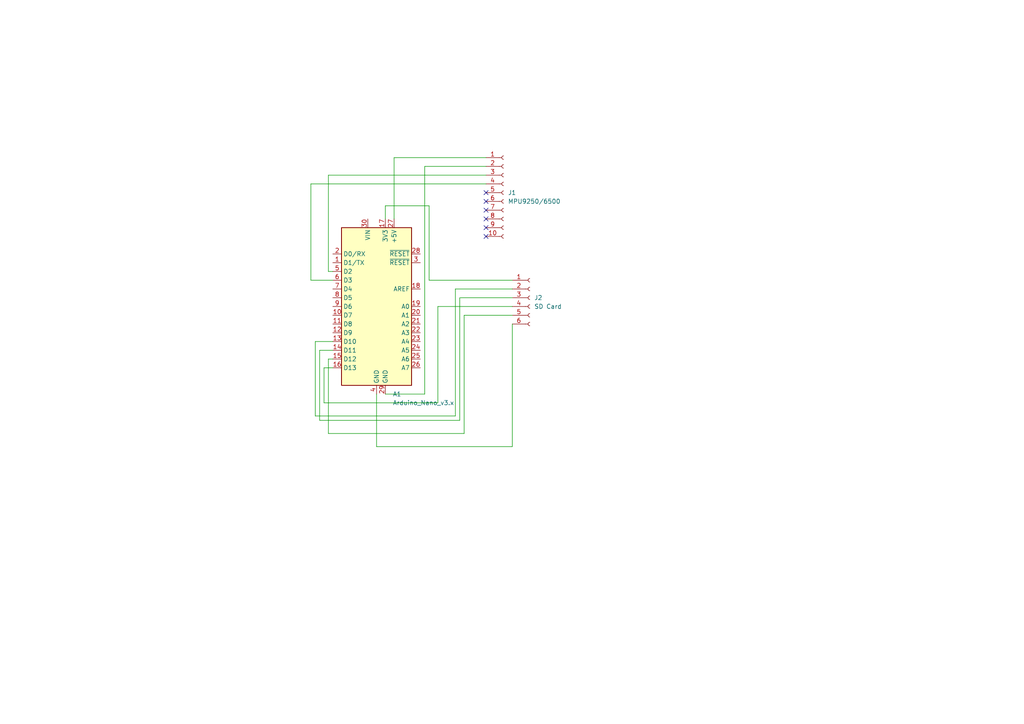
<source format=kicad_sch>
(kicad_sch (version 20250114) (generator "eeschema") (generator_version "9.0")
  (paper "A4")
  (lib_symbols
    (symbol "Connector:Conn_01x06_Socket" (pin_names (offset 1.016) (hide yes))
      (property "Reference" "J" (at 0 7.62 0))
      (property "Value" "Conn_01x06_Socket" (at 0 -10.16 0))
      (symbol "Conn_01x06_Socket_1_1"
        (polyline (pts (xy -1.27 5.08) (xy -0.508 5.08)) (stroke (width 0.1524)))
        (polyline (pts (xy -1.27 2.54) (xy -0.508 2.54)) (stroke (width 0.1524)))
        (polyline (pts (xy -1.27 0) (xy -0.508 0)) (stroke (width 0.1524)))
        (polyline (pts (xy -1.27 -2.54) (xy -0.508 -2.54)) (stroke (width 0.1524)))
        (polyline (pts (xy -1.27 -5.08) (xy -0.508 -5.08)) (stroke (width 0.1524)))
        (polyline (pts (xy -1.27 -7.62) (xy -0.508 -7.62)) (stroke (width 0.1524)))
        (arc (start 0 4.572) (mid -0.5058 5.08) (end 0 5.588) (stroke (width 0.1524)))
        (arc (start 0 2.032) (mid -0.5058 2.54) (end 0 3.048) (stroke (width 0.1524)))
        (arc (start 0 -0.508) (mid -0.5058 0) (end 0 0.508) (stroke (width 0.1524)))
        (arc (start 0 -3.048) (mid -0.5058 -2.54) (end 0 -2.032) (stroke (width 0.1524)))
        (arc (start 0 -5.588) (mid -0.5058 -5.08) (end 0 -4.572) (stroke (width 0.1524)))
        (arc (start 0 -8.128) (mid -0.5058 -7.62) (end 0 -7.112) (stroke (width 0.1524)))
        (pin passive line (at -5.08 5.08 0) (length 3.81) (name "Pin_1") (number "1"))
        (pin passive line (at -5.08 2.54 0) (length 3.81) (name "Pin_2") (number "2"))
        (pin passive line (at -5.08 0 0) (length 3.81) (name "Pin_3") (number "3"))
        (pin passive line (at -5.08 -2.54 0) (length 3.81) (name "Pin_4") (number "4"))
        (pin passive line (at -5.08 -5.08 0) (length 3.81) (name "Pin_5") (number "5"))
        (pin passive line (at -5.08 -7.62 0) (length 3.81) (name "Pin_6") (number "6"))
      )
    )
    (symbol "Connector:Conn_01x10_Socket" (pin_names (offset 1.016) (hide yes))
      (property "Reference" "J" (at 0 12.7 0))
      (property "Value" "Conn_01x10_Socket" (at 0 -15.24 0))
      (symbol "Conn_01x10_Socket_1_1"
        (polyline (pts (xy -1.27 10.16) (xy -0.508 10.16)) (stroke (width 0.1524)))
        (polyline (pts (xy -1.27 7.62) (xy -0.508 7.62)) (stroke (width 0.1524)))
        (polyline (pts (xy -1.27 5.08) (xy -0.508 5.08)) (stroke (width 0.1524)))
        (polyline (pts (xy -1.27 2.54) (xy -0.508 2.54)) (stroke (width 0.1524)))
        (polyline (pts (xy -1.27 0) (xy -0.508 0)) (stroke (width 0.1524)))
        (polyline (pts (xy -1.27 -2.54) (xy -0.508 -2.54)) (stroke (width 0.1524)))
        (polyline (pts (xy -1.27 -5.08) (xy -0.508 -5.08)) (stroke (width 0.1524)))
        (polyline (pts (xy -1.27 -7.62) (xy -0.508 -7.62)) (stroke (width 0.1524)))
        (polyline (pts (xy -1.27 -10.16) (xy -0.508 -10.16)) (stroke (width 0.1524)))
        (polyline (pts (xy -1.27 -12.7) (xy -0.508 -12.7)) (stroke (width 0.1524)))
        (arc (start 0 9.652) (mid -0.5058 10.16) (end 0 10.668) (stroke (width 0.1524)))
        (arc (start 0 7.112) (mid -0.5058 7.62) (end 0 8.128) (stroke (width 0.1524)))
        (arc (start 0 4.572) (mid -0.5058 5.08) (end 0 5.588) (stroke (width 0.1524)))
        (arc (start 0 2.032) (mid -0.5058 2.54) (end 0 3.048) (stroke (width 0.1524)))
        (arc (start 0 -0.508) (mid -0.5058 0) (end 0 0.508) (stroke (width 0.1524)))
        (arc (start 0 -3.048) (mid -0.5058 -2.54) (end 0 -2.032) (stroke (width 0.1524)))
        (arc (start 0 -5.588) (mid -0.5058 -5.08) (end 0 -4.572) (stroke (width 0.1524)))
        (arc (start 0 -8.128) (mid -0.5058 -7.62) (end 0 -7.112) (stroke (width 0.1524)))
        (arc (start 0 -10.668) (mid -0.5058 -10.16) (end 0 -9.652) (stroke (width 0.1524)))
        (arc (start 0 -13.208) (mid -0.5058 -12.7) (end 0 -12.192) (stroke (width 0.1524)))
        (pin passive line (at -5.08 10.16 0) (length 3.81) (name "Pin_1") (number "1"))
        (pin passive line (at -5.08 7.62 0) (length 3.81) (name "Pin_2") (number "2"))
        (pin passive line (at -5.08 5.08 0) (length 3.81) (name "Pin_3") (number "3"))
        (pin passive line (at -5.08 2.54 0) (length 3.81) (name "Pin_4") (number "4"))
        (pin passive line (at -5.08 0 0) (length 3.81) (name "Pin_5") (number "5"))
        (pin passive line (at -5.08 -2.54 0) (length 3.81) (name "Pin_6") (number "6"))
        (pin passive line (at -5.08 -5.08 0) (length 3.81) (name "Pin_7") (number "7"))
        (pin passive line (at -5.08 -7.62 0) (length 3.81) (name "Pin_8") (number "8"))
        (pin passive line (at -5.08 -10.16 0) (length 3.81) (name "Pin_9") (number "9"))
        (pin passive line (at -5.08 -12.7 0) (length 3.81) (name "Pin_10") (number "10"))
      )
    )
    (symbol "MCU_Module:Arduino_Nano_v3.x"
      (property "Reference" "A" (at -10.16 23.495 0))
      (property "Value" "Arduino_Nano_v3.x" (at 5.08 -24.13 0))
      (symbol "Arduino_Nano_v3.x_0_1"
        (rectangle (start -10.16 22.86) (end 10.16 -22.86) (stroke (width 0.254)) (fill (type background)))
      )
      (symbol "Arduino_Nano_v3.x_1_1"
        (pin bidirectional line (at -12.7 15.24 0) (length 2.54) (name "D0/RX") (number "2"))
        (pin bidirectional line (at -12.7 12.7 0) (length 2.54) (name "D1/TX") (number "1"))
        (pin bidirectional line (at -12.7 10.16 0) (length 2.54) (name "D2") (number "5"))
        (pin bidirectional line (at -12.7 7.62 0) (length 2.54) (name "D3") (number "6"))
        (pin bidirectional line (at -12.7 5.08 0) (length 2.54) (name "D4") (number "7"))
        (pin bidirectional line (at -12.7 2.54 0) (length 2.54) (name "D5") (number "8"))
        (pin bidirectional line (at -12.7 0 0) (length 2.54) (name "D6") (number "9"))
        (pin bidirectional line (at -12.7 -2.54 0) (length 2.54) (name "D7") (number "10"))
        (pin bidirectional line (at -12.7 -5.08 0) (length 2.54) (name "D8") (number "11"))
        (pin bidirectional line (at -12.7 -7.62 0) (length 2.54) (name "D9") (number "12"))
        (pin bidirectional line (at -12.7 -10.16 0) (length 2.54) (name "D10") (number "13"))
        (pin bidirectional line (at -12.7 -12.7 0) (length 2.54) (name "D11") (number "14"))
        (pin bidirectional line (at -12.7 -15.24 0) (length 2.54) (name "D12") (number "15"))
        (pin bidirectional line (at -12.7 -17.78 0) (length 2.54) (name "D13") (number "16"))
        (pin power_in line (at -2.54 25.4 270) (length 2.54) (name "VIN") (number "30"))
        (pin power_in line (at 0 -25.4 90) (length 2.54) (name "GND") (number "4"))
        (pin power_out line (at 2.54 25.4 270) (length 2.54) (name "3V3") (number "17"))
        (pin power_in line (at 2.54 -25.4 90) (length 2.54) (name "GND") (number "29"))
        (pin power_out line (at 5.08 25.4 270) (length 2.54) (name "+5V") (number "27"))
        (pin input line (at 12.7 15.24 180) (length 2.54) (name "~{RESET}") (number "28"))
        (pin input line (at 12.7 12.7 180) (length 2.54) (name "~{RESET}") (number "3"))
        (pin input line (at 12.7 5.08 180) (length 2.54) (name "AREF") (number "18"))
        (pin bidirectional line (at 12.7 0 180) (length 2.54) (name "A0") (number "19"))
        (pin bidirectional line (at 12.7 -2.54 180) (length 2.54) (name "A1") (number "20"))
        (pin bidirectional line (at 12.7 -5.08 180) (length 2.54) (name "A2") (number "21"))
        (pin bidirectional line (at 12.7 -7.62 180) (length 2.54) (name "A3") (number "22"))
        (pin bidirectional line (at 12.7 -10.16 180) (length 2.54) (name "A4") (number "23"))
        (pin bidirectional line (at 12.7 -12.7 180) (length 2.54) (name "A5") (number "24"))
        (pin bidirectional line (at 12.7 -15.24 180) (length 2.54) (name "A6") (number "25"))
        (pin bidirectional line (at 12.7 -17.78 180) (length 2.54) (name "A7") (number "26"))
      )
    )
  )
  (no_connect (at 140.97 66.04))
  (no_connect (at 140.97 55.88))
  (no_connect (at 140.97 68.58))
  (no_connect (at 140.97 63.5))
  (no_connect (at 140.97 60.96))
  (no_connect (at 140.97 58.42))
  (wire (pts (xy 140.97 45.72) (xy 114.3 45.72)))
  (wire (pts (xy 90.17 53.34) (xy 140.97 53.34)))
  (wire (pts (xy 124.46 59.69) (xy 111.76 59.69)))
  (wire (pts (xy 134.62 91.44) (xy 134.62 125.73)))
  (wire (pts (xy 123.19 48.26) (xy 123.19 114.3)))
  (wire (pts (xy 95.25 78.74) (xy 96.52 78.74)))
  (wire (pts (xy 91.44 99.06) (xy 96.52 99.06)))
  (wire (pts (xy 90.17 81.28) (xy 90.17 53.34)))
  (wire (pts (xy 127 116.84) (xy 93.98 116.84)))
  (wire (pts (xy 148.59 129.54) (xy 109.22 129.54)))
  (wire (pts (xy 127 88.9) (xy 127 116.84)))
  (wire (pts (xy 133.35 121.92) (xy 92.71 121.92)))
  (wire (pts (xy 95.25 104.14) (xy 96.52 104.14)))
  (wire (pts (xy 134.62 125.73) (xy 95.25 125.73)))
  (wire (pts (xy 93.98 106.68) (xy 96.52 106.68)))
  (wire (pts (xy 148.59 91.44) (xy 134.62 91.44)))
  (wire (pts (xy 96.52 81.28) (xy 90.17 81.28)))
  (wire (pts (xy 124.46 81.28) (xy 124.46 59.69)))
  (wire (pts (xy 140.97 48.26) (xy 123.19 48.26)))
  (wire (pts (xy 92.71 101.6) (xy 96.52 101.6)))
  (wire (pts (xy 148.59 88.9) (xy 127 88.9)))
  (wire (pts (xy 92.71 121.92) (xy 92.71 101.6)))
  (wire (pts (xy 133.35 86.36) (xy 133.35 121.92)))
  (wire (pts (xy 114.3 45.72) (xy 114.3 63.5)))
  (wire (pts (xy 148.59 83.82) (xy 132.08 83.82)))
  (wire (pts (xy 91.44 120.65) (xy 91.44 99.06)))
  (wire (pts (xy 148.59 81.28) (xy 124.46 81.28)))
  (wire (pts (xy 140.97 50.8) (xy 95.25 50.8)))
  (wire (pts (xy 95.25 125.73) (xy 95.25 104.14)))
  (wire (pts (xy 132.08 83.82) (xy 132.08 120.65)))
  (wire (pts (xy 109.22 129.54) (xy 109.22 114.3)))
  (wire (pts (xy 95.25 50.8) (xy 95.25 78.74)))
  (wire (pts (xy 91.44 120.65) (xy 132.08 120.65)))
  (wire (pts (xy 148.59 93.98) (xy 148.59 129.54)))
  (wire (pts (xy 93.98 116.84) (xy 93.98 106.68)))
  (wire (pts (xy 111.76 59.69) (xy 111.76 63.5)))
  (wire (pts (xy 123.19 114.3) (xy 111.76 114.3)))
  (wire (pts (xy 148.59 86.36) (xy 133.35 86.36)))
  (symbol (lib_id "Connector:Conn_01x06_Socket") (at 153.67 86.36 0) (unit 1)
    (property "Reference" "J2" (at 154.94 86.3599 0) (effects (justify left)))
    (property "Value" "SD Card" (at 154.94 88.8999 0) (effects (justify left)))
    (property "Description" "Generic connector, single row, 01x06, script generated" (effects (hide yes)))
  )
  (symbol (lib_id "MCU_Module:Arduino_Nano_v3.x") (at 109.22 88.9 0) (unit 1)
    (property "Reference" "A1" (at 113.9033 114.3 0) (effects (justify left)))
    (property "Value" "Arduino_Nano_v3.x" (at 113.9033 116.84 0) (effects (justify left)))
    (property "Footprint" "Module:Arduino_Nano" (effects (hide yes)))
    (property "Datasheet" "http://www.mouser.com/pdfdocs/Gravitech_Arduino_Nano3_0.pdf" (effects (hide yes)))
    (property "Description" "Arduino Nano v3.x" (effects (hide yes)))
  )
  (symbol (lib_id "Connector:Conn_01x10_Socket") (at 146.05 55.88 0) (unit 1)
    (property "Reference" "J1" (at 147.32 55.8799 0) (effects (justify left)))
    (property "Value" "MPU9250/6500" (at 147.32 58.4199 0) (effects (justify left)))
    (property "Description" "Generic connector, single row, 01x10, script generated" (effects (hide yes)))
  )
)
</source>
